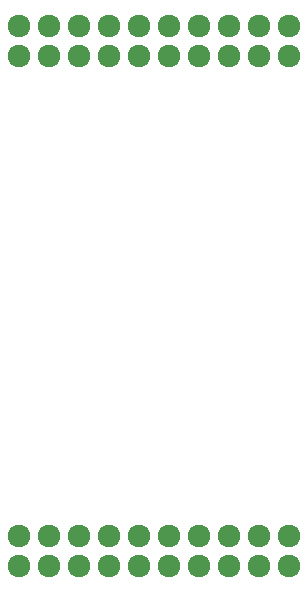
<source format=gbr>
G04 #@! TF.GenerationSoftware,KiCad,Pcbnew,(5.0.0)*
G04 #@! TF.CreationDate,2018-10-11T16:39:52-05:00*
G04 #@! TF.ProjectId,StandardBoard_HalfTiva,5374616E64617264426F6172645F4861,rev?*
G04 #@! TF.SameCoordinates,Original*
G04 #@! TF.FileFunction,Soldermask,Bot*
G04 #@! TF.FilePolarity,Negative*
%FSLAX46Y46*%
G04 Gerber Fmt 4.6, Leading zero omitted, Abs format (unit mm)*
G04 Created by KiCad (PCBNEW (5.0.0)) date 10/11/18 16:39:52*
%MOMM*%
%LPD*%
G01*
G04 APERTURE LIST*
%ADD10C,1.920000*%
G04 APERTURE END LIST*
D10*
G04 #@! TO.C,REF\002A\002A*
X161290000Y-71628000D03*
X158750000Y-71628000D03*
X156210000Y-71628000D03*
X179070000Y-74168000D03*
X176530000Y-74168000D03*
X173990000Y-74168000D03*
X171450000Y-74168000D03*
X168910000Y-74168000D03*
X166370000Y-74168000D03*
X163830000Y-74168000D03*
X161290000Y-74168000D03*
X158750000Y-74168000D03*
X156210000Y-74168000D03*
X179070000Y-117348000D03*
X173990000Y-117348000D03*
X168910000Y-117348000D03*
X166370000Y-117348000D03*
X163830000Y-117348000D03*
X161290000Y-117348000D03*
X158750000Y-117348000D03*
X179070000Y-114808000D03*
X173990000Y-114808000D03*
X163830000Y-114808000D03*
X161290000Y-114808000D03*
X158750000Y-114808000D03*
X156210000Y-114808000D03*
X168910000Y-114808000D03*
X171450000Y-114808000D03*
X176530000Y-117348000D03*
X163830000Y-71628000D03*
X166370000Y-71628000D03*
X176530000Y-114808000D03*
X171450000Y-117348000D03*
X173990000Y-71628000D03*
X171450000Y-71628000D03*
X166370000Y-114808000D03*
X168910000Y-71628000D03*
X176530000Y-71628000D03*
X179070000Y-71628000D03*
X156210000Y-117348000D03*
G04 #@! TD*
M02*

</source>
